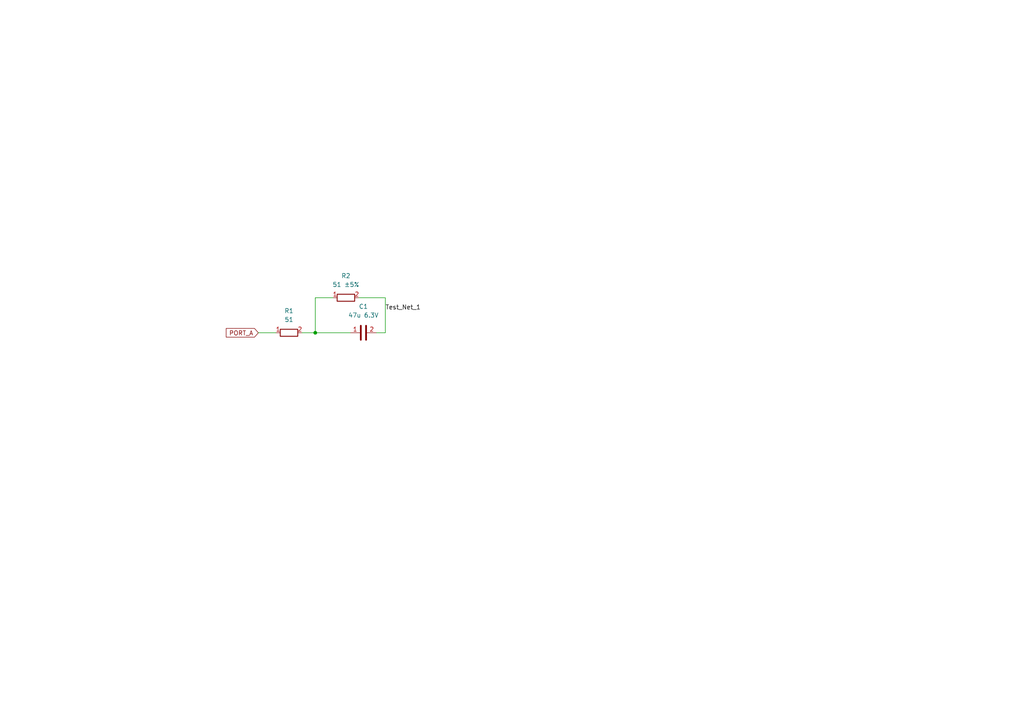
<source format=kicad_sch>
(kicad_sch (version 20211123) (generator eeschema)
  (paper "A4")
  (title_block (title "Simple Circuit") (date "2022-08-02") (rev "v01"))
  (lib_symbols
    (symbol "Device:C" (pin_names (offset 0.254))
      (property "Reference" "C" (at 0.635 2.54 0))
      (property "Value" "C" (at 0.635 -2.54 0))
      (symbol "C_0_1"
        (polyline (pts (xy -2.032 -0.762) (xy 2.032 -0.762)) (stroke (width 0.508)))
        (polyline (pts (xy -2.032 0.762) (xy 2.032 0.762)) (stroke (width 0.508)))
      )
      (symbol "C_1_1"
        (pin passive line (at 0 3.81 270) (length 2.794) (name "~") (number "1"))
        (pin passive line (at 0 -3.81 90) (length 2.794) (name "~") (number "2"))
      )
    )
    (symbol "Device:R" (pin_names (offset 0))
      (property "Reference" "R" (at 2.032 0 90))
      (property "Value" "R" (at 0 0 90))
      (symbol "R_0_1"
        (rectangle (start -1.016 -2.54) (end 1.016 2.54) (stroke (width 0.254)))
      )
      (symbol "R_1_1"
        (pin passive line (at 0 3.81 270) (length 1.27) (name "~") (number "1"))
        (pin passive line (at 0 -3.81 90) (length 1.27) (name "~") (number "2"))
      )
    )
  )
  (junction (at 91.44 96.52))
  (wire (pts (xy 91.44 86.36) (xy 91.44 96.52)))
  (wire (pts (xy 111.76 86.36) (xy 111.76 96.52)))
  (wire (pts (xy 104.14 86.36) (xy 111.76 86.36)))
  (wire (pts (xy 74.93 96.52) (xy 80.01 96.52)))
  (wire (pts (xy 91.44 86.36) (xy 96.52 86.36)))
  (wire (pts (xy 87.63 96.52) (xy 91.44 96.52)))
  (wire (pts (xy 109.22 96.52) (xy 111.76 96.52)))
  (wire (pts (xy 91.44 96.52) (xy 101.6 96.52)))
  (label "Test_Net_1" (at 111.76 90.17 0))
  (global_label "PORT_A" (shape input) (at 74.93 96.52 180) (property "Intersheet References" "${INTERSHEET_REFS}" (effects hide)))
  (symbol (lib_id "Device:R") (at 83.82 96.52 90) (unit 1)
    (property "Reference" "R1" (at 83.82 90.17 90))
    (property "Value" "51" (at 83.82 92.71 90))
  )
  (symbol (lib_id "Device:R") (at 100.33 86.36 90) (unit 1)
    (property "Reference" "R2" (at 100.33 80.01 90))
    (property "Value" "51 ±5%" (at 100.33 82.55 90))
  )
  (symbol (lib_id "Device:C") (at 105.41 96.52 90) (unit 1)
    (property "Reference" "C1" (at 105.41 88.9 90))
    (property "Value" "47u 6.3V" (at 105.41 91.44 90))
  )
)
</source>
